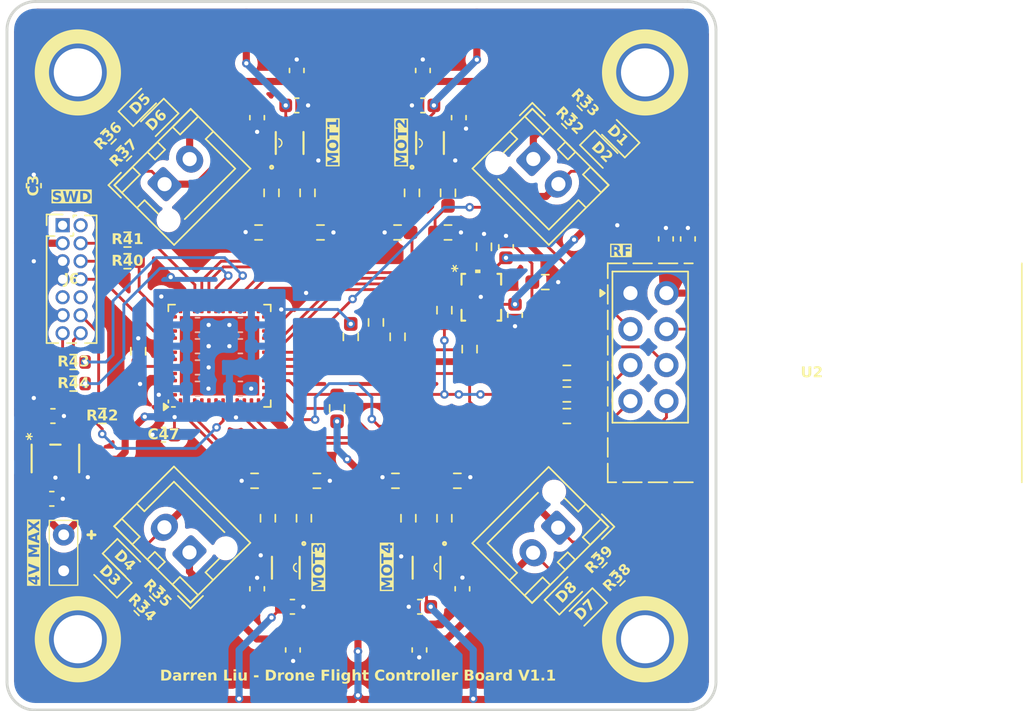
<source format=kicad_pcb>
(kicad_pcb (version 20240108) (generator "pcbnew") (generator_version "8.0")
  (layers (0 "F.Cu" signal) (31 "B.Cu" signal) (34 "B.Paste" user) (35 "F.Paste" user) (36 "B.SilkS" user "B.Silkscreen") (37 "F.SilkS" user "F.Silkscreen") (38 "B.Mask" user) (39 "F.Mask" user) (44 "Edge.Cuts" user))
  (net 0 "")
  (net 9 "PA13")
  (net 10 "3V3")
  (net 11 "GND")
  (net 12 "PA14")
  (net 13 "PB3")
  (net 14 "NRST")
  (net 15 "OUTA1")
  (net 16 "OUTA2")
  (net 17 "OUTB2")
  (net 18 "OUTB1")
  (net 19 "OUTC2")
  (net 20 "OUTC1")
  (net 21 "OUTD1")
  (net 22 "OUTD2")
  (net 23 "PB13")
  (net 24 "PC13")
  (net 25 "PA0")
  (net 26 "PB12")
  (net 27 "PA1")
  (net 28 "PA15")
  (net 29 "PA6")
  (net 30 "PA3")
  (net 31 "PA2")
  (net 32 "PA9")
  (net 33 "PA10")
  (net 34 "PA12")
  (net 35 "PA5")
  (net 36 "PA8")
  (net 37 "PA7")
  (net 38 "PC14")
  (net 39 "PA4")
  (net 40 "PA11")
  (net 41 "PB4")
  (net 42 "PB0")
  (net 43 "VBAT")
  (net 44 "PB8")
  (net 45 "PB9")
  (net 46 "PB2")
  (net 47 "PB10")
  (net 48 "PB14")
  (net 49 "PB15")
  (net 50 "PB1")
  (net 51 "Net-(U1-BOOT0)")
  (net 52 "Net-(U2-SCK)")
  (net 53 "Net-(U2-MISO)")
  (net 54 "Net-(U2-MOSI)")
  (net 57 "Net-(U3-SDX)")
  (net 58 "Net-(U3-SCX)")
  (net 59 "Net-(U3-CSB)")
  (net 60 "Net-(U3-SDO)")
  (net 63 "Net-(U4-IN2)")
  (net 64 "Net-(U4-IN1)")
  (net 65 "Net-(U5-IN2)")
  (net 66 "Net-(U5-IN1)")
  (net 67 "Net-(U6-IN1)")
  (net 68 "Net-(U6-IN2)")
  (net 69 "Net-(U7-IN2)")
  (net 70 "Net-(U7-IN1)")
  (net 71 "Net-(D1-A)")
  (net 72 "Net-(D2-K)")
  (net 73 "Net-(D3-K)")
  (net 74 "Net-(D4-A)")
  (net 75 "Net-(D5-K)")
  (net 76 "Net-(D6-A)")
  (net 77 "Net-(D7-K)")
  (net 78 "Net-(D8-A)")
  (net 81 "Net-(J6-JCLK{slash}SWCLK)")
  (net 82 "Net-(J6-VCP_TX)")
  (net 83 "Net-(J6-JTMS{slash}SWDIO)")
  (net 85 "Net-(J6-VCP_RX)")
  (footprint "LED_SMD:LED_0603_1608Metric" (layer "F.Cu") (at 157.226 90.499363 135)
    (property "Reference" "D3")
    (property "Value" "LED")
  )
  (footprint "Resistor_SMD:R_0603_1608Metric_Pad0.98x0.95mm_HandSolder" (layer "F.Cu") (at 189.484 76.2)
    (property "Reference" "R29" (hide yes))
    (property "Value" "100R")
  )
  (footprint "LED_SMD:LED_0603_1608Metric" (layer "F.Cu") (at 191.975153 60.657153 -45)
    (property "Reference" "D2")
    (property "Value" "LED")
  )
  (footprint "Resistor_SMD:R_0603_1608Metric" (layer "F.Cu") (at 160.603363 91.769363 -45)
    (property "Reference" "R35")
    (property "Value" "220R")
  )
  (footprint "Resistor_SMD:R_0603_1608Metric_Pad0.98x0.95mm_HandSolder" (layer "F.Cu") (at 189.484 77.724)
    (property "Reference" "R31" (hide yes))
    (property "Value" "100R")
  )
  (footprint "Resistor_SMD:R_0603_1608Metric" (layer "F.Cu") (at 193.04 90.678 45)
    (property "Reference" "R38")
    (property "Value" "220R")
  )
  (footprint "Capacitor_SMD:C_0603_1608Metric" (layer "F.Cu") (at 185.1914 67.31 -90)
    (property "Reference" "C25" (hide yes))
    (property "Value" "100nF")
  )
  (footprint "Capacitor_SMD:C_0603_1608Metric" (layer "F.Cu") (at 170.434 57.3278 180)
    (property "Reference" "C38" (hide yes))
    (property "Value" "1uF")
  )
  (footprint "Resistor_SMD:R_0603_1608Metric_Pad0.98x0.95mm_HandSolder" (layer "F.Cu") (at 167.7435 66.294 180)
    (property "Reference" "R22" (hide yes))
    (property "Value" "10K")
  )
  (footprint "Resistor_SMD:R_0603_1608Metric_Pad0.98x0.95mm_HandSolder" (layer "F.Cu") (at 159.258 74.676 -90)
    (property "Reference" "R12" (hide yes))
    (property "Value" "10K")
  )
  (footprint "Capacitor_SMD:C_0603_1608Metric" (layer "F.Cu") (at 181.864 58.192 90)
    (property "Reference" "C33" (hide yes))
    (property "Value" "1uF")
  )
  (footprint "Resistor_SMD:R_0603_1608Metric_Pad0.98x0.95mm_HandSolder" (layer "F.Cu") (at 189.484 79.248)
    (property "Reference" "R30" (hide yes))
    (property "Value" "100R")
  )
  (footprint "Capacitor_SMD:C_0603_1608Metric" (layer "F.Cu") (at 179.331874 54.864 -90)
    (property "Reference" "C32" (hide yes))
    (property "Value" "1uF")
  )
  (footprint "Capacitor_SMD:C_0603_1608Metric" (layer "F.Cu") (at 167.64 58.192 90)
    (property "Reference" "C37" (hide yes))
    (property "Value" "1uF")
  )
  (footprint "Capacitor_SMD:C_0603_1608Metric" (layer "F.Cu") (at 161.036 80.5688 180)
    (property "Reference" "C47")
    (property "Value" "100nF")
  )
  (footprint "Connector_JST:JST_XH_B2B-XH-AM_1x02_P2.50mm_Vertical" (layer "F.Cu") (at 188 62 -45)
    (property "Reference" "J2" (hide yes))
    (property "Value" "Conn_01x02_Pin")
  )
  (footprint "Capacitor_SMD:C_0603_1608Metric" (layer "F.Cu") (at 196.469 66.7512 -90)
    (property "Reference" "C1" (hide yes))
    (property "Value" "100nF")
  )
  (footprint "Resistor_SMD:R_0603_1608Metric_Pad0.98x0.95mm_HandSolder" (layer "F.Cu") (at 177.3955 83.82 180)
    (property "Reference" "R25" (hide yes))
    (property "Value" "10K")
  )
  (footprint "FlightController:SOT_RG1_DIO" (layer "F.Cu") (at 153.416 82.2452 90)
    (property "Reference" "U9")
    (property "Value" "AP2112K-3.3TRG1")
  )
  (footprint "Capacitor_SMD:C_0603_1608Metric" (layer "F.Cu") (at 179.331874 57.3278)
    (property "Reference" "C31" (hide yes))
    (property "Value" "1uF")
  )
  (footprint "RF_Module:nRF24L01_Breakout" (layer "F.Cu") (at 193.9665 70.575)
    (property "Reference" "U2")
    (property "Value" "NRF24L01_Breakout")
  )
  (footprint "Resistor_SMD:R_0603_1608Metric_Pad0.98x0.95mm_HandSolder" (layer "F.Cu") (at 171.196 63.5 90)
    (property "Reference" "R23" (hide yes))
    (property "Value" "100R")
  )
  (footprint "Capacitor_SMD:C_0603_1608Metric" (layer "F.Cu") (at 179.085748 95.758 90)
    (property "Reference" "C42" (hide yes))
    (property "Value" "1uF")
  )
  (footprint "Resistor_SMD:R_0603_1608Metric" (layer "F.Cu") (at 158.496 66.802)
    (property "Reference" "R41")
    (property "Value" "100R")
  )
  (footprint "Resistor_SMD:R_0603_1608Metric_Pad0.98x0.95mm_HandSolder" (layer "F.Cu") (at 172.1085 66.294)
    (property "Reference" "R21" (hide yes))
    (property "Value" "10K")
  )
  (footprint "Capacitor_SMD:C_0603_1608Metric" (layer "F.Cu") (at 153.240999 79.248 180)
    (property "Reference" "C30" (hide yes))
    (property "Value" "1uF")
  )
  (footprint "Resistor_SMD:R_0603_1608Metric_Pad0.98x0.95mm_HandSolder" (layer "F.Cu") (at 173.2788 78.7146 90)
    (property "Reference" "R1" (hide yes))
    (property "Value" "4.7K")
  )
  (footprint "Capacitor_SMD:C_0603_1608Metric" (layer "F.Cu") (at 167.64 91.44 -90)
    (property "Reference" "C36" (hide yes))
    (property "Value" "1uF")
  )
  (footprint "Resistor_SMD:R_0603_1608Metric_Pad0.98x0.95mm_HandSolder" (layer "F.Cu") (at 167.4622 83.82 180)
    (property "Reference" "R17" (hide yes))
    (property "Value" "10K")
  )
  (footprint "Resistor_SMD:R_0603_1608Metric_Pad0.98x0.95mm_HandSolder" (layer "F.Cu") (at 170.942 86.4635 -90)
    (property "Reference" "R20" (hide yes))
    (property "Value" "100R")
  )
  (footprint "Connector_JST:JST_XH_B2B-XH-AM_1x02_P2.50mm_Vertical" (layer "F.Cu") (at 162 62 45)
    (property "Reference" "J4" (hide yes))
    (property "Value" "Conn_01x02_Pin")
  )
  (footprint "Resistor_SMD:R_0603_1608Metric_Pad0.98x0.95mm_HandSolder" (layer "F.Cu") (at 181.7605 83.82)
    (property "Reference" "R26" (hide yes))
    (property "Value" "10K")
  )
  (footprint "Connector_JST:JST_XH_B2B-XH-AM_1x02_P2.50mm_Vertical" (layer "F.Cu") (at 162 88 135)
    (property "Reference" "J3" (hide yes))
    (property "Value" "Conn_01x02_Pin")
  )
  (footprint "LED_SMD:LED_0603_1608Metric" (layer "F.Cu") (at 193.04 59.436 135)
    (property "Reference" "D1")
    (property "Value" "LED")
  )
  (footprint "Package_DFN_QFN:QFN-48-1EP_7x7mm_P0.5mm_EP5.6x5.6mm" (layer "F.Cu") (at 164.99 74.9975 90)
    (property "Reference" "U1" (hide yes))
    (property "Value" "STM32F411CEUx")
  )
  (footprint "Resistor_SMD:R_0603_1608Metric_Pad0.98x0.95mm_HandSolder" (layer "F.Cu") (at 168.402 86.4635 -90)
    (property "Reference" "R19" (hide yes))
    (property "Value" "100R")
  )
  (footprint "Resistor_SMD:R_0603_1608Metric" (layer "F.Cu") (at 189.662637 58.42 135)
    (property "Reference" "R32")
    (property "Value" "220R")
  )
  (footprint "Capacitor_SMD:C_0603_1608Metric" (layer "F.Cu") (at 151.892 62.992 -90)
    (property "Reference" "C3")
    (property "Value" "100nF")
  )
  (footprint "Resistor_SMD:R_0603_1608Metric_Pad0.98x0.95mm_HandSolder" (layer "F.Cu") (at 174.244 73.66 -90)
    (property "Reference" "R2" (hide yes))
    (property "Value" "4.7K")
  )
  (footprint "Resistor_SMD:R_0603_1608Metric_Pad0.98x0.95mm_HandSolder" (layer "F.Cu") (at 176.022 72.644 -90)
    (property "Reference" "R5" (hide yes))
    (property "Value" "100R")
  )
  (footprint "FlightController:SOT6_DRV8212_TEX" (layer "F.Cu") (at 179.585874 89.9541 -90)
    (property "Reference" "U7")
    (property "Value" "DRV8212DRLR")
  )
  (footprint "Connector_PinHeader_1.27mm:PinHeader_2x07_P1.27mm_Vertical" (layer "F.Cu") (at 153.924 65.786)
    (property "Reference" "J6")
    (property "Value" "Conn_ST_STDC14")
  )
  (footprint "Resistor_SMD:R_0603_1608Metric" (layer "F.Cu") (at 157.150637 59.511363 -135)
    (property "Reference" "R36")
    (property "Value" "220R")
  )
  (footprint "Capacitor_SMD:C_0603_1608Metric" (layer "F.Cu") (at 198.0184 66.7512 -90)
    (property "Reference" "C2" (hide yes))
    (property "Value" "4.7uF")
  )
  (footprint "Capacitor_SMD:C_0603_1608Metric" (layer "F.Cu") (at 170.164252 95.758 90)
    (property "Reference" "C34" (hide yes))
    (property "Value" "1uF")
  )
  (footprint "Connector_JST:JST_XH_B2B-XH-AM_1x02_P2.50mm_Vertical" (layer "F.Cu") (at 188 88 -135)
    (property "Reference" "J5" (hide yes))
    (property "Value" "Conn_01x02_Pin")
  )
  (footprint "FlightController:SOT6_DRV8212_TEX" (layer "F.Cu") (at 169.933874 59.9821 90)
    (property "Reference" "U6")
    (property "Value" "DRV8212DRLR")
  )
  (footprint "Resistor_SMD:R_0603_1608Metric_Pad0.98x0.95mm_HandSolder" (layer "F.Cu") (at 187.96 69.7992 180)
    (property "Reference" "R8" (hide yes))
    (property "Value" "10K")
  )
  (footprint "Resistor_SMD:R_0603_1608Metric_Pad0.98x0.95mm_HandSolder" (layer "F.Cu") (at 178.562 63.5 90)
    (property "Reference" "R15" (hide yes))
    (property "Value" "100R")
  )
  (footprint "Capacitor_SMD:C_0603_1608Metric" (layer "F.Cu") (at 182.118 91.44 -90)
    (property "Reference" "C40" (hide yes))
    (property "Value" "1uF")
  )
  (footprint "Resistor_SMD:R_0603_1608Metric_Pad0.98x0.95mm_HandSolder" (layer "F.Cu") (at 168.656 63.5 90)
    (property "Reference" "R24" (hide yes))
    (property "Value" "100R")
  )
  (footprint "Capacitor_SMD:C_0603_1608Metric" (layer "F.Cu") (at 153.162 85.09 180)
    (property "Reference" "C29" (hide yes))
    (property "Value" "1uF")
  )
  (footprint "Resistor_SMD:R_0603_1608Metric" (layer "F.Cu") (at 154.686 76.962)
    (property "Reference" "R44")
    (property "Value" "100R")
  )
  (footprint "LED_SMD:LED_0603_1608Metric" (layer "F.Cu") (at 159.436637 57.225363 45)
    (property "Reference" "D5")
    (property "Value" "LED")
  )
  (footprint "Resistor_SMD:R_0603_1608Metric_Pad0.98x0.95mm_HandSolder" (layer "F.Cu") (at 171.8564 83.82)
    (property "Reference" "R18" (hide yes))
    (property "Value" "10K")
  )
  (footprint "FlightController:SOT6_DRV8212_TEX" (layer "F.Cu") (at 179.832 59.9821 90)
    (property "Reference" "U4")
    (property "Value" "DRV8212DRLR")
  )
  (footprint "Resistor_SMD:R_0603_1608Metric_Pad0.98x0.95mm_HandSolder" (layer "F.Cu") (at 182.626 74.5255 90)
    (property "Reference" "R6" (hide yes))
    (property "Value" "100R")
  )
  (footprint "Resistor_SMD:R_0603_1608Metric_Pad0.98x0.95mm_HandSolder" (layer "F.Cu") (at 177.546 73.66 -90)
    (property "Reference" "R3" (hide yes))
    (property "Value" "100R")
  )
  (footprint "Resistor_SMD:R_0603_1608Metric" (layer "F.Cu") (at 154.686 75.438)
    (property "Reference" "R43")
    (property "Value" "100R")
  )
  (footprint "FlightController:SOT6_DRV8212_TEX" (layer "F.Cu") (at 169.664126 89.9541 -90)
    (property "Reference" "U5")
    (property "Value" "DRV8212DRLR")
  )
  (footprint "Resistor_SMD:R_0603_1608Metric_Pad0.98x0.95mm_HandSolder" (layer "F.Cu") (at 180.848 71.7785 -90)
    (property "Reference" "R4" (hide yes))
    (property "Value" "100R")
  )
  (footprint "Capacitor_SMD:C_0603_1608Metric" (layer "F.Cu") (at 185.8264 72.136 90)
    (property "Reference" "C26" (hide yes))
    (property "Value" "100nF")
  )
  (footprint "Resistor_SMD:R_0603_1608Metric" (layer "F.Cu") (at 158.242 60.706 -135)
    (property "Reference" "R37")
    (property "Value" "220R")
  )
  (footprint "Resistor_SMD:R_0603_1608Metric_Pad0.98x0.95mm_HandSolder" (layer "F.Cu") (at 181.102 63.5 90)
    (property "Reference" "R16" (hide yes))
    (property "Value" "100R")
  )
  (footprint "Resistor_SMD:R_0603_1608Metric" (layer "F.Cu") (at 159.512 92.785363 -45)
    (property "Reference" "R34")
    (property "Value" "220R")
  )
  (footprint "Resistor_SMD:R_0603_1608Metric_Pad0.98x0.95mm_HandSolder" (layer "F.Cu") (at 156.718 79.248 180)
    (property "Reference" "R42")
    (property "Value" "10K")
  )
  (footprint "FlightController:Battery Connector" (layer "F.Cu") (at 154.0002 88.9 -90)
    (property "Reference" "U8" (hide yes))
    (property "Value" "~")
  )
  (footprint "Capacitor_SMD:C_0603_1608Metric" (layer "F.Cu") (at 170.1292 92.71 180)
    (property "Reference" "C35" (hide yes))
    (property "Value" "1uF")
  )
  (footprint "FlightController:BMI270_BOS" (layer "F.Cu") (at 183.4515 70.866 90)
    (property "Reference" "U3")
    (property "Value" "BMI270")
  )
  (footprint "Resistor_SMD:R_0603_1608Metric" (layer "F.Cu") (at 158.496 68.326)
    (property "Reference" "R40")
    (property "Value" "100R")
  )
  (footprint "Resistor_SMD:R_0603_1608Metric" (layer "F.Cu") (at 190.754 57.15 135)
    (property "Reference" "R33")
    (property "Value" "220R")
  )
  (footprint "Resistor_SMD:R_0603_1608Metric" (layer "F.Cu") (at 191.77 89.408 45)
    (property "Reference" "R39")
    (property "Value" "220R")
  )
  (footprint "Resistor_SMD:R_0603_1608Metric_Pad0.98x0.95mm_HandSolder" (layer "F.Cu") (at 183.642 67.31 -90)
    (property "Reference" "R7" (hide yes))
    (property "Value" "10K")
  )
  (footprint "Capacitor_SMD:C_0603_1608Metric" (layer "F.Cu") (at 179.1084 92.71)
    (property "Reference" "C41" (hide yes))
    (property "Value" "1uF")
  )
  (footprint "Resistor_SMD:R_0603_1608Metric_Pad0.98x0.95mm_HandSolder" (layer "F.Cu") (at 178.308 86.4635 -90)
    (property "Reference" "R27" (hide yes))
    (property "Value" "100R")
  )
  (footprint "LED_SMD:LED_0603_1608Metric" (layer "F.Cu") (at 189.484 91.694 45)
    (property "Reference" "D8")
    (property "Value" "LED")
  )
  (footprint "Resistor_SMD:R_0603_1608Metric_Pad0.98x0.95mm_HandSolder" (layer "F.Cu") (at 180.848 86.4635 -90)
    (property "Reference" "R28" (hide yes))
    (property "Value" "100R")
  )
  (footprint "LED_SMD:LED_0603_1608Metric" (layer "F.Cu") (at 158.317363 89.483363 -45)
    (property "Reference" "D4")
    (property "Value" "LED")
  )
  (footprint "Resistor_SMD:R_0603_1608Metric_Pad0.98x0.95mm_HandSolder" (layer "F.Cu") (at 181.102 66.294)
    (property "Reference" "R13" (hide yes))
    (property "Value" "10K")
  )
  (footprint "Capacitor_SMD:C_0603_1608Metric" (layer "F.Cu") (at 170.434 54.864 -90)
    (property "Reference" "C39" (hide yes))
    (property "Value" "1uF")
  )
  (footprint "Resistor_SMD:R_0603_1608Metric_Pad0.98x0.95mm_HandSolder" (layer "F.Cu") (at 177.546 66.294 180)
    (property "Reference" "R14" (hide yes))
    (property "Value" "10K")
  )
  (footprint "LED_SMD:LED_0603_1608Metric" (layer "F.Cu") (at 160.528 58.42 -135)
    (property "Reference" "D6")
    (property "Value" "LED")
  )
  (footprint "LED_SMD:LED_0603_1608Metric" (layer "F.Cu") (at 190.754 92.964 -135)
    (property "Reference" "D7")
    (property "Value" "LED")
  )
  (footprint "Capacitor_SMD:C_0603_1608Metric" (layer "B.Cu") (at 163.436 72.8218)
    (property "Reference" "C45" (hide yes))
    (property "Value" "100nF")
  )
  (footprint "Capacitor_SMD:C_0603_1608Metric" (layer "B.Cu") (at 166.4592 72.8218 180)
    (property "Reference" "C46" (hide yes))
    (property "Value" "100nF")
  )
  (footprint "Capacitor_SMD:C_0603_1608Metric" (layer "B.Cu") (at 163.436 74.3204)
    (property "Reference" "C50" (hide yes))
    (property "Value" "4.7uF")
  )
  (footprint "Capacitor_SMD:C_0603_1608Metric" (layer "B.Cu") (at 166.4592 77.3176)
    (property "Reference" "C43" (hide yes))
    (property "Value" "100nF")
  )
  (footprint "Capacitor_SMD:C_0603_1608Metric" (layer "B.Cu") (at 166.4592 74.3204 180)
    (property "Reference" "C51" (hide yes))
    (property "Value" "4.7uF")
  )
  (footprint "Capacitor_SMD:C_0603_1608Metric" (layer "B.Cu") (at 163.436 75.819)
    (property "Reference" "C49" (hide yes))
    (property "Value" "4.7uF")
  )
  (footprint "Capacitor_SMD:C_0603_1608Metric" (layer "B.Cu") (at 163.436 77.3176)
    (property "Reference" "C44" (hide yes))
    (property "Value" "100nF")
  )
  (gr_poly (pts (xy 196.1642 71.12) (xy 196.0118 67.8942) (xy 195.9864 67.1068) (xy 198.4756 67.1068) (xy 198.4756 67.9704) (xy 196.8246 71.1708)) (stroke (width 0.2)) (fill solid) (layer "F.Cu") (net 10))
  (gr_circle (center 195 95) (end 197.540508 95) (stroke (width 1)) (fill none) (layer "F.SilkS"))
  (gr_line (start 155.956 87.376) (end 155.956 87.884) (stroke (width 0.2)) (layer "F.SilkS"))
  (gr_circle (center 155 95) (end 157.540508 95) (stroke (width 1)) (fill none) (layer "F.SilkS"))
  (gr_circle (center 155 55) (end 157.540508 55) (stroke (width 1)) (fill none) (layer "F.SilkS"))
  (gr_arc (start 180.35378 90.232799) (mid 180.131974 89.9541) (end 180.328297 89.656899) (stroke (width 0.1)) (layer "F.SilkS"))
  (gr_line (start 155.702 87.63) (end 156.21 87.63) (stroke (width 0.2)) (layer "F.SilkS"))
  (gr_arc (start 170.432032 90.232799) (mid 170.210226 89.9541) (end 170.406549 89.656899) (stroke (width 0.1)) (layer "F.SilkS"))
  (gr_arc (start 169.164 59.690001) (mid 169.385806 59.9687) (end 169.189483 60.265901) (stroke (width 0.1)) (layer "F.SilkS"))
  (gr_arc (start 179.064094 59.703401) (mid 179.2859 59.9821) (end 179.089577 60.279301) (stroke (width 0.1)) (layer "F.SilkS"))
  (gr_circle (center 195 55) (end 197.540508 55) (stroke (width 1)) (fill none) (layer "F.SilkS"))
  (gr_line (start 200 52) (end 200 98) (stroke (width 0.2)) (layer "Edge.Cuts"))
  (gr_line (start 198 100) (end 152 100) (stroke (width 0.2)) (layer "Edge.Cuts"))
  (gr_line (start 150 98) (end 150 52) (stroke (width 0.2)) (layer "Edge.Cuts"))
  (gr_arc (start 150 52) (mid 150.585786 50.585786) (end 152 50) (stroke (width 0.2)) (layer "Edge.Cuts"))
  (gr_arc (start 152 100) (mid 150.585786 99.414214) (end 150 98) (stroke (width 0.2)) (layer "Edge.Cuts"))
  (gr_line (start 152 50) (end 198 50) (stroke (width 0.2)) (layer "Edge.Cuts"))
  (gr_arc (start 198 50) (mid 199.414214 50.585786) (end 200 52) (stroke (width 0.2)) (layer "Edge.Cuts"))
  (gr_arc (start 200 98) (mid 199.414214 99.414214) (end 198 100) (stroke (width 0.2)) (layer "Edge.Cuts"))
  (gr_text "4V MAX" (at 152.4 88.900001 90) (layer "F.SilkS" knockout) (effects (font (size 0.75 0.75) (thickness 0.1875) (bold yes)) (justify bottom)))
  (gr_text "MOT2" (at 178.308 59.944 90) (layer "F.SilkS" knockout) (effects (font (size 0.75 0.75) (thickness 0.3) (bold yes)) (justify bottom)))
  (gr_text "MOT4" (at 177.292 89.916 90) (layer "F.SilkS" knockout) (effects (font (size 0.75 0.75) (thickness 0.3) (bold yes)) (justify bottom)))
  (gr_text "MOT3" (at 172.466 89.916 90) (layer "F.SilkS" knockout) (effects (font (size 0.75 0.75) (thickness 0.3) (bold yes)) (justify bottom)))
  (gr_text "SWD" (at 154.549 64.262 0) (layer "F.SilkS" knockout) (effects (font (size 0.75 0.75) (thickness 0.1875) (bold yes)) (justify bottom)))
  (gr_text "Darren Liu - Drone Flight Controller Board V1.1" (at 174.752 98.044 0) (layer "F.SilkS") (effects (font (size 0.75 0.75) (thickness 0.125) (bold yes)) (justify bottom)))
  (gr_text "MOT1" (at 173.482 59.944 90) (layer "F.SilkS" knockout) (effects (font (size 0.75 0.75) (thickness 0.3) (bold yes)) (justify bottom)))
  (gr_text "RF" (at 193.294 68.072 0) (layer "F.SilkS" knockout) (effects (font (size 0.75 0.75) (thickness 0.1875) (bold yes)) (justify bottom)))
  (segment (start 163.25 69.9812) (end 163.25 71.5625) (width 0.2) (layer "F.Cu") (net 9))
  (segment (start 160.0708 66.802) (end 163.25 69.9812) (width 0.2) (layer "F.Cu") (net 9))
  (segment (start 159.321 66.802) (end 160.0708 66.802) (width 0.2) (layer "F.Cu") (net 9))
  (segment (start 184.4167 68.8213) (end 185.153 68.085) (width 0.2) (layer "F.Cu") (net 10))
  (segment (start 190.754 66.04) (end 192.4558 64.3382) (width 0.5) (layer "F.Cu") (net 10))
  (segment (start 174.752 95.8596) (end 174.752 83.058) (width 0.5) (layer "F.Cu") (net 10))
  (segment (start 185.1914 68.1104) (end 185.1276 68.1104) (width 0.2) (layer "F.Cu") (net 10))
  (segment (start 166.878 54.356) (end 166.878 50.75) (width 0.5) (layer "F.Cu") (net 10))
  (segment (start 199.213 70.575) (end 199.25 70.612) (width 0.5) (layer "F.Cu") (net 10))
  (segment (start 199.25 97.9808) (end 199.25 70.612) (width 0.5) (layer "F.Cu") (net 10))
  (segment (start 197.6636 50.75) (end 199.25 52.3364) (width 0.5) (layer "F.Cu") (net 10))
  (segment (start 190.754 66.04) (end 189.992 66.802) (width 0.5) (layer "F.Cu") (net 10))
  (segment (start 158.334 81.782529) (end 157.820529 82.296) (width 0.5) (layer "F.Cu") (net 10))
  (segment (start 197.9808 99.25) (end 199.25 97.9808) (width 0.5) (layer "F.Cu") (net 10))
  (segment (start 153.924 67.056) (end 151.892 67.056) (width 0.5) (layer "F.Cu") (net 10))
  (segment (start 184.201501 69.036499) (end 184.4167 68.8213) (width 0.2) (layer "F.Cu") (net 10))
  (segment (start 166.15 79.3496) (end 166.25 79.2496) (width 0.2) (layer "F.Cu") (net 10))
  (segment (start 199.25 52.3364) (end 199.25 70.612) (width 0.5) (layer "F.Cu") (net 10))
  (segment (start 153.924 67.056) (end 150.75 67.056) (width 0.5) (layer "F.Cu") (net 10))
  (segment (start 158.334 80.68) (end 157.6305 79.9765) (width 0.5) (layer "F.Cu") (net 10))
  (segment (start 150.75 79.176651) (end 152.465999 80.89265) (width 0.5) (layer "F.Cu") (net 10))
  (segment (start 180.106874 57.84644) (end 179.832 58.121314) (width 0.2) (layer "F.Cu") (net 10))
  (segment (start 166.878 50.75) (end 183.134 50.75) (width 0.5) (layer "F.Cu") (net 10))
  (segment (start 161.5027 70.8152) (end 162.25 71.5625) (width 0.2) (layer "F.Cu") (net 10))
  (segment (start 183.134 54.102) (end 183.134 50.75) (width 0.5) (layer "F.Cu") (net 10))
  (segment (start 166.25 79.2496) (end 166.25 78.4375) (width 0.2) (layer "F.Cu") (net 10))
  (segment (start 150.75 83.438) (end 152.465999 81.722001) (width 0.5) (layer "F.Cu") (net 10))
  (segment (start 152.465999 79.326999) (end 152.387 79.248) (width 0.5) (layer "F.Cu") (net 10))
  (segment (start 161.811 80.5688) (end 161.811 79.3366) (width 0.2) (layer "F.Cu") (net 10))
  (segment (start 169.933874 58.370188) (end 169.659 58.095314) (width 0.2) (layer "F.Cu") (net 10))
  (segment (start 174.752 98.9584) (end 174.4604 99.25) (width 0.5) (layer "F.Cu") (net 10))
  (segment (start 196.469 70.5375) (end 196.5065 70.575) (width 0.5) (layer "F.Cu") (net 10))
  (segment (start 180.106874 57.3278) (end 180.106874 57.84644) (width 0.2) (layer "F.Cu") (net 10))
  (segment (start 152.465999 81.569601) (end 152.465999 80.89265) (width 0.5) (layer "F.Cu") (net 10))
  (segment (start 185.153 68.085) (end 185.1914 68.085) (width 0.2) (layer "F.Cu") (net 10))
  (segment (start 162.25 78.4375) (end 162.25 78.8976) (width 0.2) (layer "F.Cu") (net 10))
  (segment (start 166.37 99.25) (end 152.082 99.25) (width 0.5) (layer "F.Cu") (net 10))
  (segment (start 179.832 58.121314) (end 179.832 59.182) (width 0.2) (layer "F.Cu") (net 10))
  (segment (start 159.7152 79.2988) (end 158.334 80.68) (width 0.5) (layer "F.Cu") (net 10))
  (segment (start 168.4375 72.25) (end 168.8214 72.25) (width 0.2) (layer "F.Cu") (net 10))
  (segment (start 157.6305 79.9765) (end 157.6305 79.248) (width 0.5) (layer "F.Cu") (net 10))
  (segment (start 179.585874 92.412474) (end 179.585874 90.7542) (width 0.2) (layer "F.Cu") (net 10))
  (segment (start 161.811 79.3366) (end 161.8234 79.3242) (width 0.2) (layer "F.Cu") (net 10))
  (segment (start 161.5625 77.75) (end 160.7058 77.75) (width 0.2) (layer "F.Cu") (net 10))
  (segment (start 169.659 58.095314) (end 169.659 57.3278) (width 0.2) (layer "F.Cu") (net 10))
  (segment (start 152.082 99.25) (end 150.75 97.918) (width 0.5) (layer "F.Cu") (net 10))
  (segment (start 169.664126 92.400074) (end 169.3542 92.71) (width 0.2) (layer "F.Cu") (net 10))
  (segment (start 152.465999 80.89265) (end 152.465999 79.326999) (width 0.5) (layer "F.Cu") (net 10))
  (segment (start 169.3542 92.7738) (end 168.656 93.472) (width 0.2) (layer "F.Cu") (net 10))
  (segment (start 174.752 98.9584) (end 175.0436 99.25) (width 0.5) (layer "F.Cu") (net 10))
  (segment (start 162.25 78.8976) (end 161.8234 79.3242) (width 0.2) (layer "F.Cu") (net 10))
  (segment (start 174.752 83.058) (end 173.99 82.296) (width 0.5) (layer "F.Cu") (net 10))
  (segment (start 152.1706 50.75) (end 166.878 50.75) (width 0.5) (layer "F.Cu") (net 10))
  (segment (start 160.8836 70.8152) (end 161.5027 70.8152) (width 0.2) (layer "F.Cu") (net 10))
  (segment (start 174.4604 99.25) (end 166.37 99.25) (width 0.5) (layer "F.Cu") (net 10))
  (segment (start 185.1276 68.1104) (end 184.4167 68.8213) (width 0.2) (layer "F.Cu") (net 10))
  (segment (start 150.75 67.056) (end 150.75 52.1706) (width 0.5) (layer "F.Cu") (net 10))
  (segment (start 152.465999 81.722001) (end 152.465999 81.569601) (width 0.5) (layer "F.Cu") (net 10))
  (segment (start 150.75 52.1706) (end 152.1706 50.75) (width 0.5) (layer "F.Cu") (net 10))
  (segment (start 184.201501 69.6595) (end 184.201501 69.036499) (width 0.2) (layer "F.Cu") (net 10))
  (segment (start 150.75 97.918) (end 150.75 83.438) (width 0.5) (layer "F.Cu") (net 10))
  (segment (start 157.820529 82.296) (end 153.192398 82.296) (width 0.5) (layer "F.Cu") (net 10))
  (segment (start 150.75 67.056) (end 150.75 78.74) (width 0.5) (layer "F.Cu") (net 10))
  (segment (start 152.465999 81.569601) (end 152.465999 81.417201) (width 0.5) (layer "F.Cu") (net 10))
  (segment (start 185.821401 71.365999) (end 184.404 71.365999) (width 0.2) (layer "F.Cu") (net 10))
  (segment (start 175.0436 99.25) (end 197.9808 99.25) (width 0.5) (layer "F.Cu") (net 10))
  (segment (start 152.387 79.248) (end 152.387 79.502) (width 0.5) (layer "F.Cu") (net 10))
  (segment (start 192.4558 64.3382) (end 199.25 64.3382) (width 0.5) (layer "F.Cu") (net 10))
  (segment (start 153.192398 82.296) (end 152.465999 81.569601) (width 0.5) (layer "F.Cu") (net 10))
  (segment (start 169.664126 90.678) (end 169.664126 92.400074) (width 0.2) (layer "F.Cu") (net 10))
  (segment (start 185.8264 71.361) (end 185.821401 71.365999) (width 0.2) (layer "F.Cu") (net 10))
  (segment (start 158.334 80.68) (end 158.334 81.782529) (width 0.5) (layer "F.Cu") (net 10))
  (segment (start 196.5065 70.575) (end 199.213 70.575) (width 0.5) (layer "F.Cu") (net 10))
  (segment (start 168.8214 72.25) (end 169.3418 71.7296) (width 0.2) (layer "F.Cu") (net 10))
  (segment (start 151.892 67.056) (end 151.892 63.767) (width 0.5) (layer "F.Cu") (net 10))
  (segment (start 169.3542 92.71) (end 169.3542 92.7738) (width 0.2) (layer "F.Cu") (net 10))
  (segment (start 150.75 78.74) (end 150.75 79.176651) (width 0.5) (layer "F.Cu") (net 10))
  (segment (start 166.37 99.2) (end 166.37 99.25) (width 0.5) (layer "F.Cu") (net 10))
  (segment (start 179.8834 92.71) (end 179.585874 92.412474) (width 0.2) (layer "F.Cu") (net 10))
  (segment (start 169.933874 59.182) (end 169.933874 58.370188) (width 0.2) (layer "F.Cu") (net 10))
  (segment (start 183.134 50.75) (end 197.6636 50.75) (width 0.5) (layer "F.Cu") (net 10))
  (via (at 174.244 72.7475) (size 0.6) (drill 0.3) (layers "F.Cu" "B.Cu") (net 10))
  (via (at 168.656 93.472) (size 0.6) (drill 0.3) (layers "F.Cu" "B.Cu") (net 10))
  (via (at 173.99 82.296) (size 0.6) (drill 0.3) (layers "F.Cu" "B.Cu") (net 10))
  (via (at 160.7058 77.75) (size 0.6) (drill 0.3) (layers "F.Cu" "B.Cu") (net 10))
  (via (at 166.878 54.356) (size 0.6) (drill 0.3) (layers "F.Cu" "B.Cu") (net 10))
  (via (at 182.88 99.2) (size 0.6) (drill 0.3) (layers "F.Cu" "B.Cu") (net 10))
  (via (at 179.8834 92.71) (size 0.6) (drill 0.3) (layers "F.Cu" "B.Cu") (net 10))
  (via (at 166.15 79.3496) (size 0.6) (drill 0.3) (layers "F.Cu" "B.Cu") (net 10))
  (via (at 185.8264 71.361) (size 0.6) (drill 0.3) (layers "F.Cu" "B.Cu") (net 10))
  (via (at 159.7152 79.2988) (size 0.6) (drill 0.3) (layers "F.Cu" "B.Cu") (net 10))
  (via (at 185.1914 68.085) (size 0.6) (drill 0.3) (layers "F.Cu" "B.Cu") (net 10))
  (via (at 180.106874 57.3278) (size 0.6) (drill 0.3) (layers "F.Cu" "B.Cu") (net 10))
  (via (at 169.659 57.3278) (size 0.6) (drill 0.3) (layers "F.Cu" "B.Cu") (net 10))
  (via (at 161.8234 79.3242) (size 0.6) (drill 0.3) (layers "F.Cu" "B.Cu") (net 10))
  (via (at 173.2788 79.6271) (size 0.6) (drill 0.3) (layers "F.Cu" "B.Cu") (net 10))
  (via (at 189.992 66.802) (size 0.6) (drill 0.3) (layers "F.Cu" "B.Cu") (net 10))
  (via (at 160.8836 70.8152) (size 0.6) (drill 0.3) (layers "F.Cu" "B.Cu") (net 10))
  (via (at 169.3418 71.7296) (size 0.6) (drill 0.3) (layers "F.Cu" "B.Cu") (net 10))
  (via (at 166.37 99.2) (size 0.6) (drill 0.3) (layers "F.Cu" "B.Cu") (net 10))
  (via (at 174.752 98.9584) (size 0.6) (drill 0.3) (layers "F.Cu" "B.Cu") (net 10))
  (via (at 183.134 54.102) (size 0.6) (drill 0.3) (layers "F.Cu" "B.Cu") (net 10))
  (via (at 174.752 95.8596) (size 0.6) (drill 0.3) (layers "F.Cu" "B.Cu") (net 10))
  (segment (start 169.659 57.137) (end 166.878 54.356) (width 0.5) (layer "B.Cu") (net 10))
  (segment (start 174.752 95.8596) (end 174.752 98.9584) (width 0.5) (layer "B.Cu") (net 10))
  (segment (start 180.106874 57.129126) (end 183.134 54.102) (width 0.5) (layer "B.Cu") (net 10))
  (segment (start 173.99 82.296) (end 173.2788 81.5848) (width 0.5) (layer "B.Cu") (net 10))
  (segment (start 173.2788 81.5848) (end 173.2788 79.6271) (width 0.5) (layer "B.Cu") (net 10))
  (segment (start 179.8834 92.7614) (end 182.88 95.758) (width 0.5) (layer "B.Cu") (net 10))
  (segment (start 189.992 66.802) (end 188.709 68.085) (width 0.5) (layer "B.Cu") (net 10))
  (segment (start 160.655 79.2988) (end 161.3916 78.5622) (width 0.5) (layer "B.Cu") (net 10))
  (segment (start 189.738 67.056) (end 189.992 66.802) (width 0.5) (layer "B.Cu") (net 10))
  (segment (start 159.7152 79.2988) (end 160.655 79.2988) (width 0.5) (layer "B.Cu") (net 10))
  (segment (start 173.3296 71.7296) (end 169.3418 71.7296) (width 0.2) (layer "B.Cu") (net 10))
  (segment (start 168.656 93.472) (end 166.37 95.758) (width 0.5) (layer "B.Cu") (net 10))
  (segment (start 185.8264 70.9676) (end 189.738 67.056) (width 0.5) (layer "B.Cu") (net 10))
  (segment (start 182.88 95.758) (end 182.88 99.2) (width 0.5) (layer "B.Cu") (net 10))
  (segment (start 188.709 68.085) (end 185.1914 68.085) (width 0.5) (layer "B.Cu") (net 10))
  (segment (start 169.659 57.3278) (end 169.659 57.137) (width 0.5) (layer "B.Cu") (net 10))
  (segment (start 174.244 72.7475) (end 174.244 72.644) (width 0.2) (layer "B.Cu") (net 10))
  (segment (start 185.8264 71.361) (end 185.8264 70.9676) (width 0.5) (layer "B.Cu") (net 10))
  (segment (start 166.37 95.758) (end 166.37 99.2) (width 0.5) (layer "B.Cu") (net 10))
  (segment (start 174.244 72.644) (end 173.3296 71.7296) (width 0.2) (layer "B.Cu") (net 10))
  (segment (start 179.8834 92.71) (end 179.8834 92.7614) (width 0.5) (layer "B.Cu") (net 10))
  (segment (start 188.468 68.326) (end 189.738 67.056) (width 0.5) (layer "B.Cu") (net 10))
  (segment (start 180.106874 57.3278) (end 180.106874 57.129126) (width 0.5) (layer "B.Cu") (net 10))
  (segment (start 181.61 61.214) (end 181.1782 60.7822) (width 0.2) (layer "F.Cu") (net 11))
  (segment (start 161.051829 77.2475) (end 160.791729 76.9874) (width 0.2) (layer "F.Cu") (net 11))
  (segment (start 171.0944 70.825529) (end 171.0944 70.5612) (width 0.2) (layer "F.Cu") (net 11))
  (segment (start 181.1782 60.7822) (end 180.332126 60.7822) (width 0.2) (layer "F.Cu") (net 11))
  (segment (start 162.74 71.56) (end 162.74 72.7475) (width 0.2) (layer "F.Cu") (net 11))
  (segment (start 171.5262 60.7822) (end 170.434 60.7822) (width 0.2) (layer "F.Cu") (net 11))
  (segment (start 184.404 70.866) (end 183.4388 70.866) (width 0.2) (layer "F.Cu") (net 11))
  (segment (start 171.958 61.214) (end 171.5262 60.7822) (width 0.2) (layer "F.Cu") (net 11))
  (segment (start 162.74 77.2475) (end 164.99 74.9975) (width 0.2) (layer "F.Cu") (net 11))
  (segment (start 165.74 75.7475) (end 164.99 74.9975) (width 0.2) (layer "F.Cu") (net 11))
  (segment (start 168.4275 72.7475) (end 167.24 72.7475) (width 0.2) (layer "F.Cu") (net 11))
  (segment (start 167.894 89.0778) (end 169.164 89.0778) (width 0.2) (layer "F.Cu") (net 11))
  (segment (start 167.24 72.7475) (end 164.99 74.9975) (width 0.2) (layer "F.Cu") (net 11))
  (segment (start 183.887999 70.366001) (end 183.4134 70.8406) (width 0.2) (layer "F.Cu") (net 11))
  (segment (start 165.74 78.435) (end 165.74 75.7475) (width 0.2) (layer "F.Cu") (net 11))
  (segment (start 161.5525 77.2475) (end 161.051829 77.2475) (width 0.2) (layer "F.Cu") (net 11))
  (segment (start 183.4388 70.866) (end 183.4134 70.8406) (width 0.2) (layer "F.Cu") (net 11))
  (segment (start 162.74 72.7475) (end 164.99 74.9975) (width 0.2) (layer "F.Cu") (net 11))
  (segment (start 162.74 70.6396) (end 161.544 69.4436) (width 0.2) (layer "F.Cu") (net 11))
  (segment (start 184.404 70.366001) (end 183.887999 70.366001) (width 0.2) (layer "F.Cu") (net 11))
  (segment (start 168.4275 72.7475) (end 169.172429 72.7475) (width 0.2) (layer "F.Cu") (net 11))
  (segment (start 161.5525 77.2475) (end 162.74 77.2475) (width 0.2) (layer "F.Cu") (net 11))
  (segment (start 177.8 89.154) (end 179.085748 89.154) (width 0.2) (layer "F.Cu") (net 11))
  (segment (start 162.74 71.56) (end 162.74 70.6396) (width 0.2) (layer "F.Cu") (net 11))
  (segment (start 160.791729 76.9874) (end 159.385 76.9874) (width 0.2) (layer "F.Cu") (net 11))
  (segment (start 169.172429 72.7475) (end 171.0944 70.825529) (width 0.2) (layer "F.Cu") (net 11))
  (via (at 182.6749 83.566) (size 0.6) (drill 0.3) (layers "F.Cu" "B.Cu") (net 11))
  (via (at 171.958 61.214) (size 0.6) (drill 0.3) (layers "F.Cu" "B.Cu") (net 11))
  (via (at 154.015999 79.248) (size 0.6) (drill 0.3) (layers "F.Cu" "B.Cu") (net 11))
  (via (at 159.258 73.7635) (size 0.6) (drill 0.3) (layers "F.Cu" "B.Cu") (net 11))
  (via (at 185.1914 66.535) (size 0.6) (drill 0.3) (layers "F.Cu" "B.Cu") (net 11))
  (via (at 151.892 62.217) (size 0.6) (drill 0.3) (layers "F.Cu" "B.Cu") (net 11))
  (via (at 198.0184 65.9762) (size 0.6) (drill 0.3) (layers "F.Cu" "B.Cu") (net 11))
  (via (at 188.8725 69.7992) (size 0.6) (drill 0.3) (layers "F.Cu" "B.Cu") (net 11))
  (via (at 179.07 96.279) (size 0.6) (drill 0.3) (layers "F.Cu" "B.Cu") (net 11))
  (via (at 172.7689 83.82) (size 0.6) (drill 0.3) (layers "F.Cu" "B.Cu") (net 11))
  (via (at 151.892 68.326) (size 0.6) (drill 0.3) (layers "F.Cu" "B.Cu") (net 11))
  (via (at 195 95) (size 4) (drill 3.4) (layers "F.Cu" "B.Cu") (net 11))
  (via (at 153.416 83.59775) (size 0.6) (drill 0.3) (layers "F.Cu" "B.Cu") (net 11))
  (via (at 183.642 66.3975) (size 0.6) (drill 0.3) (layers "F.Cu" "B.Cu") (net 11))
  (via (at 167.64 59.195) (size 0.6) (drill 0.3) (layers "F.Cu" "B.Cu") (net 11))
  (via (at 193.04 65.786) (size 0.6) (drill 0.3) (layers "F.Cu" "B.Cu") (net 11))
  (via (at 176.4811 83.566) (size 0.6) (drill 0.3) (layers "F.Cu" "B.Cu") (net 11))
  (via (at 181.61 61.214) (size 0.6) (drill 0.3) (layers "F.Cu" "B.Cu") (net 11))
  (via (at 185.8264 72.911) (size 0.6) (drill 0.3) (layers "F.Cu" "B.Cu") (net 11))
  (via (at 182.372 58.967) (size 0.6) (drill 0.3) (layers "F.Cu" "B.Cu") (net 11))
  (via (at 182.0145 66.294) (size 0.6) (drill 0.3) (layers "F.Cu" "B.Cu") (net 11))
  (via (at 161.544 69.4436) (size 0.6) (drill 0.3) (layers "F.Cu" "B.Cu") (net 11))
  (via (at 164.224 75.819) (size 0.6) (drill 0.3) (layers "F.Cu" "B.Cu") (net 11))
  (via (at 167.64 90.665) (size 0.6) (drill 0.3) (layers "F.Cu" "B.Cu") (net 11))
  (via (at 171.2344 57.3278) (size 0.6) (drill 0.3) (layers "F.Cu" "B.Cu") (net 11))
  (via (at 170.9042 92.71) (size 0.6) (drill 0.3) (layers "F.Cu" "B.Cu") (net 11))
  (via (at 165.6842 72.8218) (size 0.6) (drill 0.3) (layers "F.Cu" "B.Cu") (net 11))
  (via (at 166.5497 83.82) (size 0.6) (drill 0.3) (layers "F.Cu" "B.Cu") (net 11))
  (via (at 165.6842 74.3204) (size 0.6) (drill 0.3) (layers "F.Cu" "B.Cu") (net 11))
  (via (at 167.894 89.0778) (size 0.6) (drill 0.3) (layers "F.Cu" "B.Cu") (net 11))
  (via (at 155 55) (size 4) (drill 3.4) (layers "F.Cu" "B.Cu") (net 11))
  (via (at 151.892 77.978) (size 0.6) (drill 0.3) (layers "F.Cu" "B.Cu") (net 11))
  (via (at 171.0944 70.5612) (size 0.6) (drill 0.3) (layers "F.Cu" "B.Cu") (net 11))
  (via (at 153.937 85.09) (size 0.6) (drill 0.3) (layers "F.Cu" "B.Cu") (net 11))
  (via (at 178.3334 92.71) (size 0.6) (drill 0.3) (layers "F.Cu" "B.Cu") (net 11))
  (via (at 170.434 54.089) (size 0.6) (drill 0.3) (layers "F.Cu" "B.Cu") (net 11))
  (via (at 159.385 76.9874) (size 0.6) (drill 0.3) (layers "F.Cu" "B.Cu") (net 11))
  (via (at 176.6335 66.294) (size 0.6) (drill 0.3) (layers "F.Cu" "B.Cu") (net 11))
  (via (at 196.469 65.9762) (size 0.6) (drill 0.3) (layers "F.Cu" "B.Cu") (net 11))
  (via (at 183.4134 70.8406) (size 0.6) (drill 0.3) (layers "F.Cu" "B.Cu") (net 11))
  (via (at 160.261 80.5688) (size 0.6) (drill 0.3) (layers "F.Cu" "B.Cu") (net 11))
  (via (at 164.224 72.8218) (size 0.6) (drill 0.3) (layers "F.Cu" "B.Cu") (net 11))
  (via (at 173.0229 66.294) (size 0.6) (drill 0.3) (layers "F.Cu" "B.Cu") (net 11))
  (via (at 177.8 89.154) (size 0.6) (drill 0.3) (layers "F.Cu" "B.Cu") (net 11))
  (via (at 164.224 74.3204) (size 0.6) (drill 0.3) (layers "F.Cu" "B.Cu") (net 11))
  (via (at 164.224 74.3204) (size 0.6) (drill 0.3) (layers "F.Cu" "B.Cu") (net 11))
  (via (at 179.324 54.089) (size 0.6) (drill 0.3) (layers "F.Cu" "B.Cu") (net 11))
  (via (at 166.8291 66.2686) (size 0.6) (drill 0.3) (layers "F.Cu" "B.Cu") (net 11))
  (via (at 155.702 83.566) (size 0.6) (drill 0.3) (layers "F.Cu" "B.Cu") (net 11))
  (via (at 170.18 96.533) (size 0.6) (drill 0.3) (layers "F.Cu" "B.Cu") (net 11))
  (via (at 182.118 90.652) (size 0.6) (drill 0.3) (layers "F.Cu" "B.Cu") (net 11))
  (via (at 167.2212 77.3176) (size 0.6) (drill 0.3) (layers "F.Cu" "B.Cu") (net 11))
  (via (at 155 95) (size 4) (drill 3.4) (layers "F.Cu" "B.Cu") (net 11))
  (via (at 178.556874 57.3278) (size 0.6) (drill 0.3) (layers "F.Cu" "B.Cu") (net 11))
  (via (at 195 55) (size 4) (drill 3.4) (layers "F.Cu" "B.Cu") (net 11))
  (via (at 164.211 77.3176) (size 0.6) (drill 0.3) (layers "F.Cu" "B.Cu") (net 11))
  (segment (start 159.321 70.453499) (end 161.115001 72.2475) (width 0.2) (layer "F.Cu") (net 12))
  (segment (start 159.321 68.326) (end 159.321 70.453499) (width 0.2) (layer "F.Cu") (net 12))
  (segment (start 161.115001 72.2475) (end 161.5525 72.2475) (width 0.2) (layer "F.Cu") (net 12))
  (segment (start 156.689157 69.596) (end 160.343157 73.25) (width 0.2) (layer "F.Cu") (net 13))
  (segment (start 160.343157 73.25) (end 161.5625 73.25) (width 0.2) (layer "F.Cu") (net 13))
  (segment (start 155.194 69.596) (end 156.689157 69.596) (width 0.2) (layer "F.Cu") (net 13))
  (segment (start 165.25 79.5806) (end 165.25 78.4375) (width 0.2) (layer "F.Cu") (net 14))
  (segment (start 156.464 78.5895) (end 156.464 73.406) (width 0.2) (layer "F.Cu") (net 14))
  (segment (start 164.778408 80.052192) (end 165.25 79.5806) (width 0.2) (layer "F.Cu") (net 14))
  (segment (start 156.718 80.518) (end 156.718 80.1605) (width 0.2) (layer "F.Cu") (net 14))
  (segment (start 156.718 80.1605) (end 155.8055 79.248) (width 0.2) (layer "F.Cu") (net 14))
  (segment (start 155.8055 79.248) (end 156.464 78.5895) (width 0.2) (layer "F.Cu") (net 14))
  (segment (start 156.464 73.406) (end 155.194 72.136) (width 0.2) (layer "F.Cu") (net 14))
  (via (at 164.778408 80.052192) (size 0.6) (drill 0.3) (layers "F.Cu" "B.Cu") (net 14))
  (via (at 156.718 80.518) (size 0.6) (drill 0.3) (layers "F.Cu" "B.Cu") (net 14))
  (segment (start 157.734 81.534) (end 163.2966 81.534) (width 0.2) (layer "B.Cu") (net 14))
  (segment (start 163.2966 81.534) (end 164.778408 80.052192) (width 0.2) (layer "B.Cu") (net 14))
  (segment (start 156.718 80.518) (end 157.734 81.534) (width 0.2) (layer "B.Cu") (net 14))
  (segment (start 190.170637 56.566637) (end 190.170637 56.745274) (width 0.2) (layer "F.Cu") (net 15))
  (segment (start 179.2478 55.7152) (end 179.324 55.639) (width 0.2) (layer "F.Cu") (net 15))
  (segment (start 187.118238 61.111167) (end 187.118238 59.797673) (width 0.2) (layer "F.Cu") (net 15))
  (segment (start 187.118238 57.832238) (end 187.118238 61.111167) (width 0.5) (layer "F.Cu") (net 15))
  (segment (start 179.324 55.639) (end 184.925 55.639) (width 0.5) (layer "F.Cu") (net 15))
  (segment (start 187.118238 59.797673) (end 189.079274 57.836637) (width 0.2) (layer "F.Cu") (net 15))
  (segment (start 179.331874 59.182) (end 179.331874 55.639) (width 0.2) (layer "F.Cu") (net 15))
  (segment (start 184.925 55.639) (end 187.118238 57.832238) (width 0.5) (layer "F.Cu") (net 15))
  (segment (start 190.170637 56.745274) (end 189.079274 57.836637) (width 0.2) (layer "F.Cu") (net 15))
  (segment (start 193.548 59.992847) (end 193.548 60.198) (width 0.2) (layer "F.Cu") (net 16))
  (segment (start 181.343 57.417) (end 180.332126 58.427874) (width 0.2) (layer "F.Cu") (net 16))
  (segment (start 191.77 61.976) (end 189.788939 61.976) (width 0.2) (layer "F.Cu") (net 16))
  (segment (start 183.388 57.912) (end 183.388 62.23) (width 0.5) (layer "F.Cu") (net 16))
  (segment (start 180.332126 58.427874) (end 180.332126 59.182) (width 0.2) (layer "F.Cu") (net 16))
  (segment (start 183.388 62.23) (end 184.912 63.754) (width 0.5) (layer "F.Cu") (net 16))
  (segment (start 181.864 57.417) (end 182.893 57.417) (width 0.5) (layer "F.Cu") (net 16))
  (segment (start 193.548 60.198) (end 192.532 61.214) (width 0.2) (layer "F.Cu") (net 16))
  (segment (start 182.893 57.417) (end 183.388 57.912) (width 0.5) (layer "F.Cu") (net 16))
  (segment (start 181.864 57.417) (end 181.343 57.417) (width 0.2) (layer "F.Cu") (net 16))
  (segment (start 189.788939 61.976) (end 188.886005 62.878934) (width 0.2) (layer "F.Cu") (net 16))
  (segment (start 192.532 61.214) (end 191.77 61.976) (width 0.2) (layer "F.Cu") (net 16))
  (segment (start 188.010939 63.754) (end 188.886005 62.878934) (width 0.5) (layer "F.Cu") (net 16))
  (segment (start 184.912 63.754) (end 188.010939 63.754) (width 0.5) (layer "F.Cu") (net 16))
  (segment (start 169.164 90.678) (end 169.164 91.5416) (width 0.2) (layer "F.Cu") (net 17))
  (segment (start 156.744516 89.942516) (end 157.760516 88.926516) (width 0.2) (layer "F.Cu") (net 17))
  (segment (start 166.611 91.44) (end 166.611 87.617) (width 0.5) (layer "F.Cu") (net 17))
  (segment (start 166.611 87.617) (end 164.592 85.598) (width 0.5) (layer "F.Cu") (net 17))
  (segment (start 167.386 92.215) (end 166.611 91.44) (width 0.5) (layer "F.Cu") (net 17))
  (segment (start 169.164 91.5416) (end 168.4906 92.215) (width 0.2) (layer "F.Cu") (net 17))
  (segment (start 168.4906 92.215) (end 167.386 92.215) (width 0.2) (layer "F.Cu") (net 17))
  (segment (start 158.295032 88.392) (end 157.760516 88.926516) (width 0.2) (layer "F.Cu") (net 17))
  (segment (start 164.592 85.598) (end 162.605948 85.598) (width 0.5) (layer "F.Cu") (net 17))
  (segment (start 156.669153 89.942516) (end 156.744516 89.942516) (width 0.2) (layer "F.Cu") (net 17))
  (segment (start 161.101974 87.101974) (end 159.811948 88.392) (width 0.2) (layer "F.Cu") (net 17))
  (segment (start 162.605948 85.598) (end 161.101974 87.101974) (width 0.5) (layer "F.Cu") (net 17))
  (segment (start 159.811948 88.392) (end 158.295032 88.392) (width 0.2) (layer "F.Cu") (net 17))
  (segment (start 170.164252 90.678) (end 170.1542 90.688052) (width 0.2) (layer "F.Cu") (net 18))
  (segment (start 162.869741 88.869741) (end 162.869741 90.669711) (width 0.2) (layer "F.Cu") (net 18))
  (segment (start 160.095363 93.368726) (end 160.170726 93.368726) (width 0.2) (layer "F.Cu") (net 18))
  (segment (start 162.869741 90.225741) (end 162.869741 88.869741) (width 0.5) (layer "F.Cu") (net 18))
  (segment (start 160.170726 93.368726) (end 161.186726 92.352726) (width 0.2) (layer "F.Cu") (net 18))
  (segment (start 170.18 94.983) (end 167.627 94.983) (width 0.5) (layer "F.Cu") (net 18))
  (segment (start 162.869741 90.669711) (end 161.186726 92.352726) (width 0.2) (layer "F.Cu") (net 18))
  (segment (start 167.627 94.983) (end 162.869741 90.225741) (width 0.5) (layer "F.Cu") (net 18))
  (segment (start 170.1542 94.9572) (end 170.18 94.983) (width 0.2) (layer "F.Cu") (net 18))
  (segment (start 170.1542 90.688052) (end 170.1542 94.9572) (width 0.2) (layer "F.Cu") (net 18))
  (segment (start 162.882469 59.660775) (end 161.084847 57.863153) (width 0.2) (layer "F.Cu") (net 19))
  (segment (start 159.993484 56.668516) (end 159.993484 56.77179) (width 0.2) (layer "F.Cu") (net 19))
  (segment (start 166.738 55.639) (end 162.882469 59.494531) (width 0.5) (layer "F.Cu") (net 19))
  (segment (start 159.993484 56.77179) (end 161.084847 57.863153) (width 0.2) (layer "F.Cu") (net 19))
  (segment (start 162.882469 59.494531) (end 162.882469 61.117531) (width 0.5) (layer "F.Cu") (net 19))
  (segment (start 170.434 59.182) (end 170.4594 59.1566) (width 0.2) (layer "F.Cu") (net 19))
  (segment (start 170.434 55.639) (end 166.738 55.639) (width 0.5) (layer "F.Cu") (net 19))
  (segment (start 162.882469 61.117531) (end 162.882469 59.660775) (width 0.2) (layer "F.Cu") (net 19))
  (segment (start 170.434 59.182) (end 170.434 55.639) (width 0.2) (layer "F.Cu") (net 19))
  (segment (start 170.4594 55.6644) (end 170.434 55.639) (width 0.2) (layer "F.Cu") (net 19))
  (segment (start 161.114702 62.885298) (end 160.205404 61.976) (width 0.2) (layer "F.Cu") (net 20))
  (segment (start 156.567274 60.198) (end 157.658637 61.289363) (width 0.2) (layer "F.Cu") (net 20))
  (segment (start 167.64 57.417) (end 168.415 57.417) (width 0.2) (layer "F.Cu") (net 20))
  (segment (start 164.846 59.69) (end 164.846 61.468) (width 0.5) (layer "F.Cu") (net 20))
  (segment (start 169.433748 58.435748) (end 169.433748 59.182) (width 0.2) (layer "F.Cu") (net 20))
  (segment (start 158.345274 61.976) (end 157.658637 61.289363) (width 0.2) (layer "F.Cu") (net 20))
  (segment (start 161.221404 62.992) (end 161.114702 62.885298) (width 0.5) (layer "F.Cu") (net 20))
  (segment (start 160.205404 61.976) (end 158.345274 61.976) (width 0.2) (layer "F.Cu") (net 20))
  (segment (start 156.567274 60.094726) (end 156.567274 60.198) (width 0.2) (layer "F.Cu") (net 20))
  (segment (start 168.415 57.417) (end 169.433748 58.435748) (width 0.2) (layer "F.Cu") (net 20))
  (segment (start 167.64 57.417) (end 167.119 57.417) (width 0.5) (layer "F.Cu") (net 20))
  (segment (start 164.846 61.468) (end 163.428702 62.885298) (width 0.5) (layer "F.Cu") (net 20))
  (segment (start 167.119 57.417) (end 164.846 59.69) (width 0.5) (layer "F.Cu") (net 20))
  (segment (start 163.428702 62.885298) (end 161.114702 62.885298) (width 0.5) (layer "F.Cu") (net 20))
  (segment (start 183.896 90.424) (end 183.896 87.63) (width 0.5) (layer "F.Cu") (net 21))
  (segment (start 188.869741 87.130259) (end 189.877482 88.138) (width 0.2) (layer "F.Cu") (net 21))
  (segment (start 180.848 92.202) (end 182.118 92.202) (width 0.2) (layer "F.Cu") (net 21))
  (segment (start 191.666726 88.138) (end 192.353363 88.824637) (width 0.2) (layer "F.Cu") (net 21))
  (segment (start 182.118 92.202) (end 183.896 90.424) (width 0.5) (layer "F.Cu") (net 21))
  (segment (start 180.086 91.44) (end 180.848 92.202) (width 0.2) (layer "F.Cu") (net 21))
  (segment (start 185.928 85.598) (end 187.337482 85.598) (width 0.5) (layer "F.Cu") (net 21))
  (segment (start 180.086 90.7542) (end 180.086 91.44) (width 0.2) (layer "F.Cu") (net 21))
  (segment (start 183.896 87.63) (end 185.928 85.598) (width 0.5) (layer "F.Cu") (net 21))
  (segment (start 189.877482 88.138) (end 191.666726 88.138) (width 0.2) (layer "F.Cu") (net 21))
  (segment (start 187.337482 85.598) (end 188.869741 87.130259) (width 0.5) (layer "F.Cu") (net 21))
  (segment (start 193.623363 90.094637) (end 192.353363 88.824637) (width 0.2) (layer "F.Cu") (net 21))
  (segment (start 188.214 90.010052) (end 188.214 91.537694) (width 0.2) (layer "F.Cu") (net 22))
  (segment (start 190.197153 93.520847) (end 188.927153 92.250847) (width 0.2) (layer "F.Cu") (net 22))
  (segment (start 181.017 94.983) (end 187.101974 88.898026) (width 0.5) (layer "F.Cu") (net 22))
  (segment (start 179.07 94.983) (end 179.07 94.729) (width 0.2) (layer "F.Cu") (net 22))
  (segment (start 188.214 91.537694) (end 188.927153 92.250847) (width 0.2) (layer "F.Cu") (net 22))
  (segment (start 179.07 94.983) (end 181.017 94.983) (width 0.5) (layer "F.Cu") (net 22))
  (segment (start 179.085748 90.7542) (end 179.085748 94.967252) (width 0.2) (layer "F.Cu") (net 22))
  (segment (start 179.085748 94.967252) (end 179.07 94.983) (width 0.2) (layer "F.Cu") (net 22))
  (segment (start 187.101974 88.898026) (end 188.214 90.010052) (width 0.2) (layer "F.Cu") (net 22))
  (segment (start 162.75 78.4375) (end 162.75 79.438) (width 0.2) (layer "F.Cu") (net 24))
  (segment (start 168.402 82.804) (end 168.402 85.551) (width 0.2) (layer "F.Cu") (net 24))
  (segment (start 167.132 81.534) (end 168.402 82.804) (width 0.2) (layer "F.Cu") (net 24))
  (segment (start 164.846 81.534) (end 167.132 81.534) (width 0.2) (layer "F.Cu") (net 24))
  (segment (start 162.75 79.438) (end 164.846 81.534) (width 0.2) (layer "F.Cu") (net 24))
  (segment (start 177.184 81.172) (end 178.308 82.296) (width 0.2) (layer "F.Cu") (net 25))
  (segment (start 178.308 82.296) (end 178.308 85.551) (width 0.2) (layer "F.Cu") (net 25))
  (segment (start 166.75 79.3994) (end 168.5226 81.172) (width 0.2) (layer "F.Cu") (net 25))
  (segment (start 166.75 78.4375) (end 166.75 79.3994) (width 0.2) (layer "F.Cu") (net 25))
  (segment (start 168.5226 81.172) (end 177.184 81.172) (width 0.2) (layer "F.Cu") (net 25))
  (segment (start 180.848 82.296) (end 180.848 85.4475) (width 0.2) (layer "F.Cu") (net 27))
  (segment (start 167.25 79.1882) (end 168.8338 80.772) (width 0.2) (layer "F.Cu") (net 27))
  (segment (start 179.324 80.772) (end 180.848 82.296) (width 0.2) (layer "F.Cu") (net 27))
  (segment (start 168.8338 80.772) (end 179.324 80.772) (width 0.2) (layer "F.Cu") (net 27))
  (segment (start 167.25 78.4375) (end 167.25 79.1882) (width 0.2) (layer "F.Cu") (net 27))
  (segment (start 182.626 76.25) (end 182.626 75.438) (width 0.2) (layer "F.Cu") (net 29))
  (segment (start 168.4375 76.25) (end 182.626 76.25) (width 0.2) (layer "F.Cu") (net 29))
  (segment (start 183.642 79.248) (end 188.5715 79.248) (width 0.2) (layer "F.Cu") (net 29))
  (segment (start 182.626 78.232) (end 183.642 79.248) (width 0.2) (layer "F.Cu") (net 29))
  (segment (start 182.626 75.438) (end 182.626 78.232) (width 0.2) (layer "F.Cu") (net 29))
  (segment (start 179.947372 80.264) (end 195.58 80.264) (width 0.2) (layer "F.Cu") (net 30))
  (segment (start 176.238 79.972) (end 179.655372 79.972) (width 0.2) (layer "F.Cu") (net 30))
  (segment (start 179.655372 79.972) (end 179.947372 80.264) (width 0.2) (layer "F.Cu") (net 30))
  (segment (start 195.58 80.264) (end 196.5065 79.3375) (width 0.2) (layer "F.Cu") (net 30))
  (segment (start 168.4375 77.75475) (end 168.4375 77.75) (width 0.2) (layer "F.Cu") (net 30))
  (segment (start 170.18475 79.502) (end 168.4375 77.75475) (width 0.2) (layer "F.Cu") (net 30))
  (segment (start 175.7299 79.4639) (end 176.238 79.972) (width 0.2) (layer "F.Cu") (net 30))
  (segment (start 196.5065 79.3375) (end 196.5065 78.195) (width 0.2) (layer "F.Cu") (net 30))
  (segment (start 171.7294 79.502) (end 170.18475 79.502) (width 0.2) (layer "F.Cu") (net 30))
  (via (at 171.7294 79.502) (size 0.6) (drill 0.3) (layers "F.Cu" "B.Cu") (net 30))
  (via (at 175.7299 79.4639) (size 0.6) (drill 0.3) (layers "F.Cu" "B.Cu") (net 30))
  (segment (start 171.7294 77.9526) (end 171.7294 79.502) (width 0.2) (layer "B.Cu") (net 30))
  (segment (start 172.72 76.962) (end 171.7294 77.9526) (width 0.2) (layer "B.Cu") (net 30))
  (segment (start 175.7299 79.4639) (end 175.7299 77.9399) (width 0.2) (layer "B.Cu") (net 30))
  (segment (start 175.7299 77.9399) (end 174.752 76.962) (width 0.2) (layer "B.Cu") (net 30))
  (segment (start 174.752 76.962) (end 172.72 76.962) (width 0.2) (layer "B.Cu") (net 30))
  (segment (start 165.24 70.726) (end 166.624 69.342) (width 0.2) (layer "F.Cu") (net 32))
  (segment (start 165.24 71.56) (end 165.24 70.726) (width 0.2) (layer "F.Cu") (net 32))
  (via (at 155.511 75.438) (size 0.6) (drill 0.3) (layers "F.Cu" "B.Cu") (net 32))
  (via (at 166.624 69.342) (size 0.6) (drill 0.3) (layers "F.Cu" "B.Cu") (net 32))
  (segment (start 157.48 71.12) (end 160.528 68.072) (width 0.2) (layer "B.Cu") (net 32))
  (segment (start 156.972 75.438) (end 157.48 74.93) (width 0.2) (layer "B.Cu") (net 32))
  (segment (start 160.528 68.072) (end 165.354 68.072) (width 0.2) (layer "B.Cu") (net 32))
  (segment (start 155.511 75.438) (end 156.972 75.438) (width 0.2) (layer "B.Cu") (net 32))
  (segment (start 157.48 74.93) (end 157.48 71.12) (width 0.2) (layer "B.Cu") (net 32))
  (segment (start 165.354 68.072) (end 166.624 69.342) (width 0.2) (layer "B.Cu") (net 32))
  (segment (start 164.74 71.56) (end 164.74 70.21) (width 0.2) (layer "F.Cu") (net 33))
  (segment (start 164.74 70.21) (end 165.608 69.342) (width 0.2) (layer "F.Cu") (net 33))
  (via (at 155.511 76.962) (size 0.6) (drill 0.3) (layers "F.Cu" "B.Cu") (net 33))
  (via (at 165.608 69.342) (size 0.6) (drill 0.3) (layers "F.Cu" "B.Cu") (net 33))
  (segment (start 160.782 68.834) (end 165.1 68.834) (width 0.2) (layer "B.Cu") (net 33))
  (segment (start 156.464 76.962) (end 158.242 75.184) (width 0.2) (layer "B.Cu") (net 33))
  (segment (start 158.242 75.184) (end 158.242 71.374) (width 0.2) (layer "B.Cu") (net 33))
  (segment (start 155.511 76.962) (end 156.464 76.962) (width 0.2) (layer "B.Cu") (net 33))
  (segment (start 165.1 68.834) (end 165.608 69.342) (width 0.2) (layer "B.Cu") (net 33))
  (segment (start 158.242 71.374) (end 160.782 68.834) (width 0.2) (layer "B.Cu") (net 33))
  (segment (start 168.656 67.564) (end 167.894 68.326) (width 0.2) (layer "F.Cu") (net 34))
  (segment (start 167.894 68.326) (end 165.1 68.326) (width 0.2) (layer "F.Cu") (net 34))
  (segment (start 163.74 69.686) (end 163.74 71.56) (width 0.2) (layer "F.Cu") (net 34))
  (segment (start 168.656 64.4125) (end 168.656 67.564) (width 0.2) (layer "F.Cu") (net 34))
  (segment (start 165.1 68.326) (end 163.74 69.686) (width 0.2) (layer "F.Cu") (net 34))
  (segment (start 169.89275 76.75) (end 168.4375 76.75) (width 0.2) (layer "F.Cu") (net 35))
  (segment (start 181.864 77.724) (end 180.848 77.724) (width 0.2) (layer "F.Cu") (net 35))
  (segment (start 170.86675 77.724) (end 169.89275 76.75) (width 0.2) (layer "F.Cu") (net 35))
  (segment (start 180.848 77.724) (end 170.86675 77.724) (width 0.2) (layer "F.Cu") (net 35))
  (segment (start 180.848 73.914) (end 180.848 72.691) (width 0.2) (layer "F.Cu") (net 35))
  (segment (start 183.388 77.724) (end 188.5715 77.724) (width 0.2) (layer "F.Cu") (net 35))
  (via (at 180.848 73.914) (size 0.6) (drill 0.3) (layers "F.Cu" "B.Cu") (net 35))
  (via (at 183.388 77.724) (size 0.6) (drill 0.3) (layers "F.Cu" "B.Cu") (net 35))
  (via (at 181.864 77.724) (size 0.6) (drill 0.3) (layers "F.Cu" "B.Cu") (net 35))
  (via (at 180.848 77.724) (size 0.6) (drill 0.3) (layers "F.Cu" "B.Cu") (net 35))
  (segment (start 180.848 77.724) (end 180.848 73.914) (width 0.2) (layer "B.Cu") (net 35))
  (segment (start 181.864 77.724) (end 183.388 77.724) (width 0.2) (layer "B.Cu") (net 35))
  (segment (start 172.408 75.75) (end 173.482 74.676) (width 0.2) (layer "F.Cu") (net 37))
  (segment (start 177.4425 74.676) (end 177.546 74.5725) (width 0.2) (layer "F.Cu") (net 37))
  (segment (start 168.4375 75.75) (end 172.408 75.75) (width 0.2) (layer "F.Cu") (net 37))
  (segment (start 177.546 74.5725) (end 186.944 74.5725) (width 0.2) (layer "F.Cu") (net 37))
  (segment (start 186.944 74.5725) (end 188.5715 76.2) (width 0.2) (layer "F.Cu") (net 37))
  (segment (start 173.482 74.676) (end 177.4425 74.676) (width 0.2) (layer "F.Cu") (net 37))
  (segment (start 163.25 79.372314) (end 165.011686 81.134) (width 0.2) (layer "F.Cu") (net 38))
  (segment (start 167.5448 81.134) (end 170.2308 83.82) (width 0.2) (layer "F.Cu") (net 38))
  (segment (start 170.9439 83.82) (end 170.9439 85.5491) (width 0.2) (layer "F.Cu") (net 38))
  (segment (start 163.25 78.4375) (end 163.25 79.372314) (width 0.2) (layer "F.Cu") (net 38))
  (segment (start 170.2308 83.82) (end 171.0455 83.82) (width 0.2) (layer "F.Cu") (net 38))
  (segment (start 170.942 85.551) (end 170.942 85.4475) (width 0.2) (layer "F.Cu") (net 38))
  (segment (start 165.011686 81.134) (end 167.5448 81.134) (width 0.2) (layer "F.Cu") (net 38))
  (segment (start 170.9439 85.5491) (end 170.942 85.551) (width 0.2) (layer "F.Cu") (net 38))
  (segment (start 180.143686 81.026) (end 197.866 81.026) (width 0.2) (layer "F.Cu") (net 39))
  (segment (start 173.863 78.7146) (end 175.5204 80.372) (width 0.2) (layer "F.Cu") (net 39))
  (segment (start 179.489686 80.372) (end 180.143686 81.026) (width 0.2) (layer "F.Cu") (net 39))
  (segment (start 196.5065 73.115) (end 196.379 73.115) (width 0.2) (layer "F.Cu") (net 39))
  (segment (start 168.4375 77.25) (end 169.198 77.25) (width 0.2) (layer "F.Cu") (net 39))
  (segment (start 169.198 77.25) (end 170.6626 78.7146) (width 0.2) (layer "F.Cu") (net 39))
  (segment (start 198.083 73.115) (end 196.5065 73.115) (width 0.2) (layer "F.Cu") (net 39))
  (segment (start 175.5204 80.372) (end 179.489686 80.372) (width 0.2) (layer "F.Cu") (net 39))
  (segment (start 170.6626 78.7146) (end 173.863 78.7146) (width 0.2) (layer "F.Cu") (net 39))
  (segment (start 196.379 73.115) (end 196.342 73.152) (width 0.2) (layer "F.Cu") (net 39))
  (segment (start 198.5518 73.5838) (end 198.083 73.115) (width 0.2) (layer "F.Cu") (net 39))
  (segment (start 197.866 81.026) (end 198.5518 80.3402) (width 0.2) (layer "F.Cu") (net 39))
  (segment (start 198.5518 80.3402) (end 198.5518 73.5838) (width 0.2) (layer "F.Cu") (net 39))
  (segment (start 171.196 67.3608) (end 169.8308 68.726) (width 0.2) (layer "F.Cu") (net 40))
  (segment (start 171.196 64.4125) (end 171.196 67.3608) (width 0.2) (layer "F.Cu") (net 40))
  (segment (start 164.24 69.751686) (end 164.24 71.56) (width 0.2) (layer "F.Cu") (net 40))
  (segment (start 169.8308 68.726) (end 165.265686 68.726) (width 0.2) (layer "F.Cu") (net 40))
  (segment (start 165.265686 68.726) (end 164.24 69.751686) (width 0.2) (layer "F.Cu") (net 40))
  (segment (start 175.9185 73.66) (end 176.022 73.5565) (width 0.2) (layer "F.Cu") (net 42))
  (segment (start 173.736 73.66) (end 175.9185 73.66) (width 0.2) (layer "F.Cu") (net 42))
  (segment (start 172.146 75.25) (end 173.736 73.66) (width 0.2) (layer "F.Cu") (net 42))
  (segment (start 168.4375 75.25) (end 172.146 75.25) (width 0.2) (layer "F.Cu") (net 42))
  (segment (start 152.465999 86.095799) (end 154.0002 87.63) (width 0.5) (layer "F.Cu") (net 43))
  (segment (start 155.194 84.425749) (end 155.194 86.4362) (width 0.5) (layer "F.Cu") (net 43))
  (segment (start 154.366001 83.59775) (end 155.194 84.425749) (width 0.5) (layer "F.Cu") (net 43))
  (segment (start 155.194 86.4362) (end 154.366001 87.264199) (width 0.5) (layer "F.Cu") (net 43))
  (segment (start 152.465999 83.59775) (end 152.465999 86.095799) (width 0.5) (layer "F.Cu") (net 43))
  (segment (start 183.7015 69.6595) (end 183.7015 68.282) (width 0.2) (layer "F.Cu") (net 46))
  (segment (start 183.642 69.6) (end 183.7015 69.6595) (width 0.2) (layer "F.Cu") (net 46))
  (segment (start 183.7015 68.282) (end 183.642 68.2225) (width 0.2) (layer "F.Cu") (net 46))
  (segment (start 169.393686 74.25) (end 173.317686 70.326) (width 0.2) (layer "F.Cu") (net 46))
  (segment (start 178.790314 70.326) (end 180.893814 68.2225) (width 0.2) (layer "F.Cu") (net 46))
  (segment (start 173.317686 70.326) (end 178.790314 70.326) (width 0.2) (layer "F.Cu") (net 46))
  (segment (start 180.893814 68.2225) (end 183.642 68.2225) (width 0.2) (layer "F.Cu") (net 46))
  (segment (start 168.4375 74.25) (end 169.393686 74.25) (width 0.2) (layer "F.Cu") (net 46))
  (segment (start 169.328 73.75) (end 173.152 69.926) (width 0.2) (layer "F.Cu") (net 47))
  (segment (start 187.0202 68.4784) (end 187.0202 71.8058) (width 0.2) (layer "F.Cu") (net 47))
  (segment (start 185.8518 67.31) (end 187.0202 68.4784) (width 0.2) (layer "F.Cu") (net 47))
  (segment (start 187.0202 71.8058) (end 186.69 72.136) (width 0.2) (layer "F.Cu") (net 47))
  (segment (start 168.4375 73.75) (end 169.328 73.75) (width 0.2) (layer "F.Cu") (net 47))
  (segment (start 184.265001 72.136) (end 184.201501 72.0725) (width 0.2) (layer "F.Cu") (net 47))
  (segment (start 181.240628 67.31) (end 185.8518 67.31) (width 0.2) (layer "F.Cu") (net 47))
  (segment (start 173.152 69.926) (end 178.624628 69.926) (width 0.2) (layer "F.Cu") (net 47))
  (segment (start 178.624628 69.926) (end 181.240628 67.31) (width 0.2) (layer "F.Cu") (net 47))
  (segment (start 186.69 72.136) (end 184.265001 72.136) (width 0.2) (layer "F.Cu") (net 47))
  (segment (start 180.1895 67.795442) (end 180.1895 66.294) (width 0.2) (layer "F.Cu") (net 48))
  (segment (start 178.458942 69.526) (end 180.1895 67.795442) (width 0.2) (layer "F.Cu") (net 48))
  (segment (start 166.75 71.0448) (end 168.2688 69.526) (width 0.2) (layer "F.Cu") (net 48))
  (segment (start 180.1895 66.294) (end 180.1895 65.325) (width 0.2) (layer "F.Cu") (net 48))
  (segment (start 168.2688 69.526) (end 178.458942 69.526) (width 0.2) (layer "F.Cu") (net 48))
  (segment (start 166.75 71.5625) (end 166.75 71.0448) (width 0.2) (layer "F.Cu") (net 48))
  (segment (start 180.1895 65.325) (end 181.102 64.4125) (width 0.2) (layer "F.Cu") (net 48))
  (segment (start 178.27 69.126) (end 178.562 68.834) (width 0.2) (layer "F.Cu") (net 49))
  (segment (start 178.562 68.834) (end 178.562 64.4125) (width 0.2) (layer "F.Cu") (net 49))
  (segment (start 166.25 71.5625) (end 166.25 70.9098) (width 0.2) (layer "F.Cu") (net 49))
  (segment (start 168.0338 69.126) (end 178.27 69.126) (width 0.2) (layer "F.Cu") (net 49))
  (segment (start 166.25 70.9098) (end 168.0338 69.126) (width 0.2) (layer "F.Cu") (net 49))
  (segment (start 174.371 70.993) (end 170.614 74.75) (width 0.2) (layer "F.Cu") (net 50))
  (segment (start 170.614 74.75) (end 168.4375 74.75) (width 0.2) (layer "F.Cu") (net 50))
  (segment (start 182.626 64.516) (end 185.3675 64.516) (width 0.2) (layer "F.Cu") (net 50))
  (segment (start 185.3675 64.516) (end 193.9665 73.115) (width 0.2) (layer "F.Cu") (net 50))
  (via (at 174.371 70.993) (size 0.6) (drill 0.3) (layers "F.Cu" "B.Cu") (net 50))
  (via (at 182.626 64.516) (size 0.6) (drill 0.3) (layers "F.Cu" "B.Cu") (net 50))
  (segment (start 174.371 70.993) (end 180.848 64.516) (width 0.2) (layer "B.Cu") (net 50))
  (segment (start 180.848 64.516) (end 182.626 64.516) (width 0.2) (layer "B.Cu") (net 50))
  (segment (start 159.417 75.7475) (end 159.258 75.5885) (width 0.2) (layer "F.Cu") (net 51))
  (segment (start 161.5525 75.7475) (end 159.417 75.7475) (width 0.2) (layer "F.Cu") (net 51))
  (segment (start 191.8975 77.724) (end 193.9665 75.655) (width 0.2) (layer "F.Cu") (net 52))
  (segment (start 190.3965 77.724) (end 191.8975 77.724) (width 0.2) (layer "F.Cu") (net 52))
  (segment (start 190.3965 79.248) (end 192.9135 79.248) (width 0.2) (layer "F.Cu") (net 53))
  (segment (start 192.9135 79.248) (end 193.9665 78.195) (width 0.2) (layer "F.Cu") (net 53))
  (segment (start 190.3965 76.2) (end 192.2253 74.3712) (width 0.2) (layer "F.Cu") (net 54))
  (segment (start 192.2253 74.3712) (end 195.2227 74.3712) (width 0.2) (layer "F.Cu") (net 54))
  (segment (start 195.2227 74.3712) (end 196.5065 75.655) (width 0.2) (layer "F.Cu") (net 54))
  (segment (start 177.546 72.7475) (end 178.5131 71.7804) (width 0.2) (layer "F.Cu") (net 57))
  (segment (start 182.084599 71.7804) (end 182.499 71.365999) (width 0.2) (layer "F.Cu") (net 57))
  (segment (start 178.5131 71.7804) (end 182.084599 71.7804) (width 0.2) (layer "F.Cu") (net 57))
  (segment (start 181.102 70.866) (end 182.499 70.866) (width 0.2) (layer "F.Cu") (net 58))
  (segment (start 177.9505 71.7315) (end 179.832 69.85) (width 0.2) (layer "F.Cu") (net 59))
  (segment (start 179.832 69.85) (end 181.617698 69.85) (width 0.2) (layer "F.Cu") (net 59))
  (segment (start 182.133699 70.366001) (end 182.499 70.366001) (width 0.2) (layer "F.Cu") (net 59))
  (segment (start 176.022 71.7315) (end 177.9505 71.7315) (width 0.2) (layer "F.Cu") (net 59))
  (segment (start 181.617698 69.85) (end 182.133699 70.366001) (width 0.2) (layer "F.Cu") (net 59))
  (segment (start 182.701499 73.537501) (end 182.626 73.613) (width 0.2) (layer "F.Cu") (net 60))
  (segment (start 182.701499 72.0725) (end 182.701499 73.537501) (width 0.2) (layer "F.Cu") (net 60))
  (segment (start 179.832 61.90075) (end 180.51875 62.5875) (width 0.2) (layer "F.Cu") (net 63))
  (segment (start 180.51875 62.5875) (end 181.102 62.5875) (width 0.2) (layer "F.Cu") (net 63))
  (segment (start 179.832 60.7822) (end 179.832 61.90075) (width 0.2) (layer "F.Cu") (net 63))
  (segment (start 179.331874 60.7822) (end 179.331874 61.817626) (width 0.2) (layer "F.Cu") (net 64))
  (segment (start 179.331874 61.817626) (end 178.562 62.5875) (width 0.2) (layer "F.Cu") (net 64))
  (segment (start 169.664126 89.0778) (end 169.664126 88.078376) (width 0.2) (layer "F.Cu") (net 65))
  (segment (start 168.85825 87.2725) (end 168.402 87.2725) (width 0.2) (layer "F.Cu") (net 65))
  (segment (start 169.664126 88.078376) (end 168.85825 87.2725) (width 0.2) (layer "F.Cu") (net 65))
  (segment (start 170.164252 89.0778) (end 170.164252 88.050248) (width 0.2) (layer "F.Cu") (net 66))
  (segment (start 170.164252 88.050248) (end 170.942 87.2725) (width 0.2) (layer "F.Cu") (net 66))
  (segment (start 169.433748 60.944252) (end 169.418 60.96) (width 0.2) (layer "F.Cu") (net 67))
  (segment (start 169.433748 61.809752) (end 168.656 62.5875) (width 0.2) (layer "F.Cu") (net 67))
  (segment (start 169.433748 60.944252) (end 169.433748 60.7822) (width 0.2) (layer "F.Cu") (net 67))
  (segment (start 169.433748 60.7822) (end 169.433748 61.809752) (width 0.2) (layer "F.Cu") (net 67))
  (segment (start 168.656 62.5875) (end 169.0605 62.5875) (width 0.2) (layer "F.Cu") (net 67))
  (segment (start 169.0605 62.5875) (end 169.164 62.484) (width 0.2) (layer "F.Cu") (net 67))
  (segment (start 169.933874 60.7822) (end 169.933874 61.729874) (width 0.2) (layer "F.Cu") (net 68))
  (segment (start 169.933874 61.729874) (end 170.7915 62.5875) (width 0.2) (layer "F.Cu") (net 68))
  (segment (start 170.7915 62.5875) (end 171.196 62.5875) (width 0.2) (layer "F.Cu") (net 68))
  (segment (start 179.585874 89.154) (end 179.585874 88.145874) (width 0.2) (layer "F.Cu") (net 69))
  (segment (start 178.816 87.376) (end 178.308 87.376) (width 0.2) (layer "F.Cu") (net 69))
  (segment (start 179.585874 88.145874) (end 178.816 87.376) (width 0.2) (layer "F.Cu") (net 69))
  (segment (start 180.086 89.154) (end 180.086 88.138) (width 0.2) (layer "F.Cu") (net 70))
  (segment (start 180.086 88.138) (end 180.848 87.376) (width 0.2) (layer "F.Cu") (net 70))
  (segment (start 191.337363 57.733363) (end 191.337363 57.78221) (width 0.2) (layer "F.Cu") (net 71))
  (segment (start 191.337363 57.78221) (end 192.434306 58.879153) (width 0.2) (layer "F.Cu") (net 71))
  (segment (start 190.321363 59.003363) (end 191.418306 60.100306) (width 0.2) (layer "F.Cu") (net 72))
  (segment (start 190.246 59.003363) (end 190.321363 59.003363) (width 0.2) (layer "F.Cu") (net 72))
  (segment (start 157.782847 91.05621) (end 158.928637 92.202) (width 0.2) (layer "F.Cu") (net 73))
  (segment (start 160.02 91.186) (end 158.87421 90.04021) (width 0.2) (layer "F.Cu") (net 74))
  (segment (start 157.734 58.928) (end 158.87979 57.78221) (width 0.2) (layer "F.Cu") (net 75))
  (segment (start 158.825363 60.122637) (end 159.971153 58.976847) (width 0.2) (layer "F.Cu") (net 76))
  (segment (start 191.310847 92.407153) (end 192.456637 91.261363) (width 0.2) (layer "F.Cu") (net 77))
  (segment (start 190.040847 91.137153) (end 191.186637 89.991363) (width 0.2) (layer "F.Cu") (net 78))
  (segment (start 157.671 68.326) (end 155.194 68.326) (width 0.2) (layer "F.Cu") (net 81))
  (segment (start 155.194 73.406) (end 154.686 73.914) (width 0.2) (layer "F.Cu") (net 82))
  (segment (start 154.686 76.137) (end 153.861 76.962) (width 0.2) (layer "F.Cu") (net 82))
  (segment (start 154.686 73.914) (end 154.686 76.137) (width 0.2) (layer "F.Cu") (net 82))
  (segment (start 157.417 67.056) (end 157.671 66.802) (width 0.2) (layer "F.Cu") (net 83))
  (segment (start 155.194 67.056) (end 157.417 67.056) (width 0.2) (layer "F.Cu") (net 83))
  (segment (start 153.924 73.406) (end 153.924 75.375) (width 0.2) (layer "F.Cu") (net 85))
  (segment (start 153.924 75.375) (end 153.861 75.438) (width 0.2) (layer "F.Cu") (net 85))
  (zone (net 11) (net_name "GND") (layers "F&B.Cu") (connect_pads yes (clearance 0.5)) (min_thickness 0.25) (fill yes (thermal_gap 0.5) (thermal_bridge_width 0.5) (island_removal_mode 1) (island_area_min 10))
    (polygon (pts (xy 149.91 49.9) (xy 149.9 100.1) (xy 200.11 100.1) (xy 200.1 49.89)))
  )
  (zone (net 10) (net_name "3V3") (layer "B.Cu") (priority 1) (connect_pads (clearance 0.5)) (min_thickness 0.25) (fill yes (thermal_gap 0.5) (thermal_bridge_width 0.5))
    (polygon (pts (xy 160.3756 79.6544) (xy 160.3248 70.2818) (xy 169.6466 70.2818) (xy 169.6974 79.6544)))
  )
)
</source>
